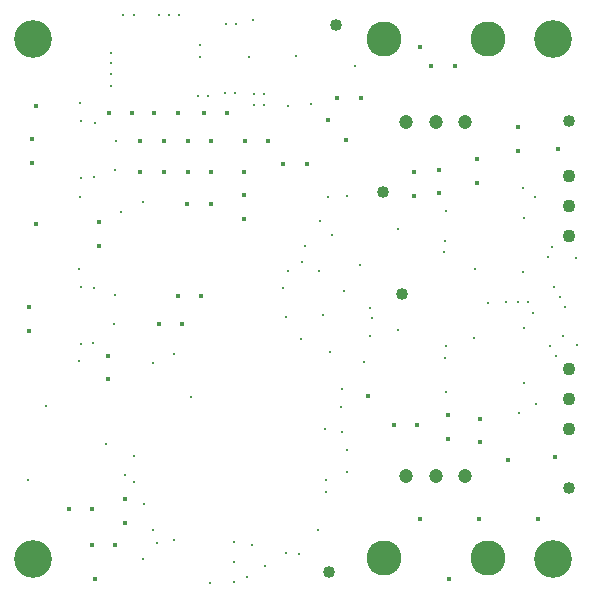
<source format=gbr>
%TF.GenerationSoftware,Altium Limited,Altium Designer,24.2.2 (26)*%
G04 Layer_Color=0*
%FSLAX45Y45*%
%MOMM*%
%TF.SameCoordinates,9421A899-AC1A-4384-8821-8213F9677E77*%
%TF.FilePolarity,Positive*%
%TF.FileFunction,Plated,1,8,PTH,Drill*%
%TF.Part,Single*%
G01*
G75*
%TA.AperFunction,ComponentDrill*%
%ADD119C,1.02000*%
%ADD120C,1.02000*%
%ADD121C,2.97320*%
%ADD122C,1.20000*%
%TA.AperFunction,OtherDrill,Pad Free-10 (103.775mm,61.675mm)*%
%ADD123C,3.20000*%
%TA.AperFunction,OtherDrill,Pad Free-10 (103.775mm,105.675mm)*%
%ADD124C,3.20000*%
%TA.AperFunction,OtherDrill,Pad Free-10 (59.775mm,61.675mm)*%
%ADD125C,3.20000*%
%TA.AperFunction,OtherDrill,Pad Free-10 (59.775mm,105.675mm)*%
%ADD126C,3.20000*%
%TA.AperFunction,ComponentDrill*%
%ADD127C,1.10000*%
%TA.AperFunction,ViaDrill,NotFilled*%
%ADD128C,0.40000*%
%ADD129C,0.30000*%
D119*
X9104700Y8413055D02*
D03*
X8944699Y9273034D02*
D03*
D120*
X8479430Y6052147D02*
D03*
X8543039Y10685354D02*
D03*
X10511400Y6770479D02*
D03*
Y9869500D02*
D03*
D121*
X8948100Y6169667D02*
D03*
X9828100D02*
D03*
X9828064Y10565333D02*
D03*
X8948064D02*
D03*
D122*
X9138100Y6869667D02*
D03*
X9388100D02*
D03*
X9638100D02*
D03*
X9638064Y9865333D02*
D03*
X9388064D02*
D03*
X9138064D02*
D03*
D123*
X10377500Y6167500D02*
D03*
D124*
Y10567500D02*
D03*
D125*
X5977500Y6167500D02*
D03*
D126*
X5977500Y10567500D02*
D03*
D127*
X10511400Y7773459D02*
D03*
Y7519459D02*
D03*
Y7265459D02*
D03*
X10511399Y8899041D02*
D03*
Y9153041D02*
D03*
Y9407041D02*
D03*
D128*
X6817500Y9945000D02*
D03*
X6617500D02*
D03*
X9205000Y9240000D02*
D03*
Y9440000D02*
D03*
X9412500Y9262500D02*
D03*
Y9462500D02*
D03*
X10425000Y9640000D02*
D03*
X10397500Y7030000D02*
D03*
X9550000Y10340000D02*
D03*
X9350000D02*
D03*
X10080000Y9822500D02*
D03*
Y9622500D02*
D03*
X9735000Y9550000D02*
D03*
Y9350000D02*
D03*
X8752500Y10067500D02*
D03*
X8552500D02*
D03*
X8630000Y9710000D02*
D03*
X8475000Y9885000D02*
D03*
X8095000Y9507500D02*
D03*
X8295000D02*
D03*
X9762500Y7352500D02*
D03*
Y7152500D02*
D03*
X9492500Y7385000D02*
D03*
Y7185000D02*
D03*
X8810000Y7542500D02*
D03*
X9232500Y7300000D02*
D03*
X9032500D02*
D03*
X6755000Y6472500D02*
D03*
Y6672500D02*
D03*
X6475000Y6282500D02*
D03*
X6675000D02*
D03*
X6480000Y6585000D02*
D03*
X6280000D02*
D03*
X7402500Y8392500D02*
D03*
X7202500D02*
D03*
X7240000Y8152500D02*
D03*
X7040000D02*
D03*
X6612500Y7685000D02*
D03*
Y7885000D02*
D03*
X6532500Y8815000D02*
D03*
Y9015000D02*
D03*
X5945000Y8095000D02*
D03*
Y8295000D02*
D03*
X5970000Y9520000D02*
D03*
Y9720000D02*
D03*
X7422500Y9940000D02*
D03*
X7622500D02*
D03*
X7002500Y9945000D02*
D03*
X7202500D02*
D03*
X7770000Y9705000D02*
D03*
X7970000D02*
D03*
X7762500Y9442500D02*
D03*
X7760000Y9247500D02*
D03*
Y9047500D02*
D03*
X7485000Y9175000D02*
D03*
X7285000D02*
D03*
X6887500Y9707500D02*
D03*
X7087500D02*
D03*
X7487500D02*
D03*
X7287500D02*
D03*
Y9442500D02*
D03*
X7487500D02*
D03*
X7087500D02*
D03*
X6887500D02*
D03*
X10000000Y7000000D02*
D03*
X10250000Y6500000D02*
D03*
X9750000D02*
D03*
X9500000Y6000000D02*
D03*
X9250000Y10500000D02*
D03*
Y6500000D02*
D03*
X6500000Y6000000D02*
D03*
X6000000Y10000000D02*
D03*
Y9000000D02*
D03*
D129*
X8700000Y10337500D02*
D03*
X8120000Y6212500D02*
D03*
X8227500Y6210000D02*
D03*
X7845000Y10012500D02*
D03*
X7932500D02*
D03*
X10172500Y8342500D02*
D03*
X10370000Y8805000D02*
D03*
X10407500Y7885000D02*
D03*
X10355000Y7967500D02*
D03*
X6722500Y9105000D02*
D03*
X6907500Y9190000D02*
D03*
X10437500Y8385000D02*
D03*
X10482500Y8300000D02*
D03*
X10390000Y8465000D02*
D03*
X10467500Y8050000D02*
D03*
X10580000Y7977500D02*
D03*
X10577500Y8717500D02*
D03*
X10212500Y8250000D02*
D03*
X10080000Y8337500D02*
D03*
X9982500Y8340000D02*
D03*
X6490000Y8457500D02*
D03*
X6487500Y7995000D02*
D03*
X6667500Y8400000D02*
D03*
X6662500Y8152500D02*
D03*
X10232500Y7477500D02*
D03*
X8613970Y8434727D02*
D03*
X8330365Y10015365D02*
D03*
X7932500Y10100000D02*
D03*
X7845000D02*
D03*
X6385000Y9869500D02*
D03*
X7602500Y10110000D02*
D03*
X7690000D02*
D03*
X7375000Y10085000D02*
D03*
X7462500D02*
D03*
X9462500Y7870000D02*
D03*
X9460000Y8762500D02*
D03*
X8202500Y10427500D02*
D03*
X8135000Y10000000D02*
D03*
X10092500Y7402500D02*
D03*
X10122500Y9310000D02*
D03*
X10127500Y8592500D02*
D03*
X10130921Y8122127D02*
D03*
X10337956Y8720457D02*
D03*
X10230000Y9230000D02*
D03*
X10132500Y7655000D02*
D03*
X10135000Y9055000D02*
D03*
X9472500Y9115000D02*
D03*
Y7582500D02*
D03*
X8592500Y7602500D02*
D03*
X8407500Y9027500D02*
D03*
X9477500Y7972500D02*
D03*
X9462500Y8857500D02*
D03*
X9722500Y8617500D02*
D03*
X9715000Y8035000D02*
D03*
X9827500Y8335000D02*
D03*
X9067500Y8102500D02*
D03*
Y8957500D02*
D03*
X8850000Y8205000D02*
D03*
X8832500Y8055000D02*
D03*
X8750000Y8655000D02*
D03*
X8097500Y8462500D02*
D03*
X8477500Y9230000D02*
D03*
X8512500Y8907500D02*
D03*
X8637500Y9242500D02*
D03*
X8582500Y7450000D02*
D03*
X8592500Y7240000D02*
D03*
X8280000Y8812500D02*
D03*
X8120000Y8210000D02*
D03*
X8635000Y7085000D02*
D03*
X8632500Y6905000D02*
D03*
X8390000Y6410000D02*
D03*
X6592500Y7137500D02*
D03*
X5932500Y6837500D02*
D03*
X6085000Y7457500D02*
D03*
X6835000Y7040000D02*
D03*
X6752500Y6872500D02*
D03*
X7682500Y5972500D02*
D03*
X6835000Y6815000D02*
D03*
X7477500Y5962500D02*
D03*
X8397500Y8605000D02*
D03*
X8140000Y8600000D02*
D03*
X8257500Y8682500D02*
D03*
X8455000Y6835000D02*
D03*
X6920000Y6635000D02*
D03*
X6502500Y9860000D02*
D03*
X6680000Y9702500D02*
D03*
X6675000Y9457500D02*
D03*
X6497500Y9400000D02*
D03*
X6385000Y9389500D02*
D03*
X7937500Y6102500D02*
D03*
X7312500Y7535000D02*
D03*
X8828918Y8290923D02*
D03*
X8492500Y7920000D02*
D03*
X8430000Y8232500D02*
D03*
X8780000Y7832500D02*
D03*
X8247500Y8027500D02*
D03*
X8457500Y6735000D02*
D03*
X7787500Y6010000D02*
D03*
X6907500Y6165000D02*
D03*
X7025000Y6297500D02*
D03*
X7170000Y7905000D02*
D03*
X6992500Y7822500D02*
D03*
X8447500Y7267500D02*
D03*
X7682500Y6307500D02*
D03*
X7835000Y6285000D02*
D03*
X7167500Y6325000D02*
D03*
X6995000Y6407500D02*
D03*
X7682500Y6137870D02*
D03*
X6370000Y8617500D02*
D03*
X7840000Y10725000D02*
D03*
X6640000Y10170000D02*
D03*
Y10267500D02*
D03*
X7610000Y10697500D02*
D03*
X7697500D02*
D03*
X7130000Y10767500D02*
D03*
X7042500D02*
D03*
X7217500D02*
D03*
X7805000Y10412500D02*
D03*
X7390000Y10515000D02*
D03*
Y10415000D02*
D03*
X6742500Y10767500D02*
D03*
X6830000D02*
D03*
X6640000Y10365000D02*
D03*
Y10452500D02*
D03*
X6377500Y10030000D02*
D03*
X6375000Y9230000D02*
D03*
X6367500Y7837500D02*
D03*
X6385000Y8467000D02*
D03*
Y7987000D02*
D03*
%TF.MD5,f92c3c410688fb1131d635168cbf2464*%
M02*

</source>
